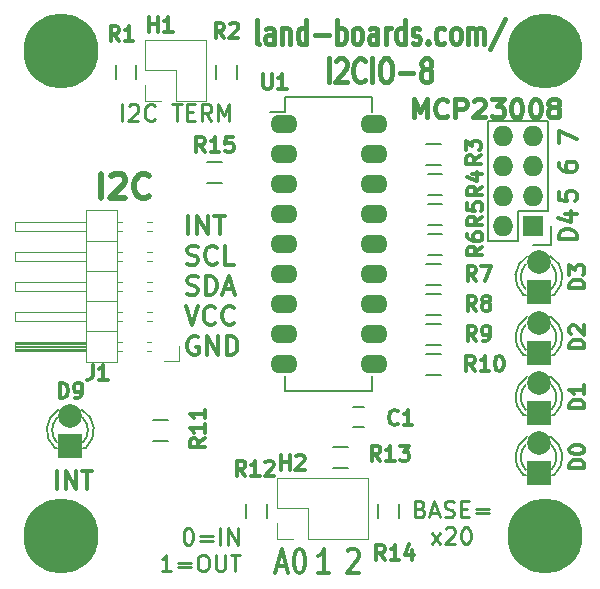
<source format=gto>
%TF.GenerationSoftware,KiCad,Pcbnew,(6.0.1)*%
%TF.CreationDate,2022-05-17T17:55:12-04:00*%
%TF.ProjectId,I2CIO-8,49324349-4f2d-4382-9e6b-696361645f70,X3*%
%TF.SameCoordinates,Original*%
%TF.FileFunction,Legend,Top*%
%TF.FilePolarity,Positive*%
%FSLAX46Y46*%
G04 Gerber Fmt 4.6, Leading zero omitted, Abs format (unit mm)*
G04 Created by KiCad (PCBNEW (6.0.1)) date 2022-05-17 17:55:12*
%MOMM*%
%LPD*%
G01*
G04 APERTURE LIST*
%ADD10C,0.304800*%
%ADD11C,0.285750*%
%ADD12C,0.375000*%
%ADD13C,0.381000*%
%ADD14C,0.508000*%
%ADD15C,0.150000*%
%ADD16C,0.120000*%
%ADD17O,2.300000X1.600000*%
%ADD18R,1.727200X1.727200*%
%ADD19O,1.727200X1.727200*%
%ADD20R,2.000000X2.000000*%
%ADD21C,2.000000*%
%ADD22C,6.350000*%
G04 APERTURE END LIST*
D10*
X14800096Y-19482404D02*
X14800096Y-17894904D01*
X15556048Y-19482404D02*
X15556048Y-17894904D01*
X16463191Y-19482404D01*
X16463191Y-17894904D01*
X16992358Y-17894904D02*
X17899500Y-17894904D01*
X17445929Y-19482404D02*
X17445929Y-17894904D01*
X14724500Y-21962684D02*
X14951286Y-22038279D01*
X15329262Y-22038279D01*
X15480453Y-21962684D01*
X15556048Y-21887089D01*
X15631643Y-21735898D01*
X15631643Y-21584708D01*
X15556048Y-21433517D01*
X15480453Y-21357922D01*
X15329262Y-21282327D01*
X15026881Y-21206732D01*
X14875691Y-21131136D01*
X14800096Y-21055541D01*
X14724500Y-20904351D01*
X14724500Y-20753160D01*
X14800096Y-20601970D01*
X14875691Y-20526375D01*
X15026881Y-20450779D01*
X15404858Y-20450779D01*
X15631643Y-20526375D01*
X17219143Y-21887089D02*
X17143548Y-21962684D01*
X16916762Y-22038279D01*
X16765572Y-22038279D01*
X16538786Y-21962684D01*
X16387596Y-21811494D01*
X16312000Y-21660303D01*
X16236405Y-21357922D01*
X16236405Y-21131136D01*
X16312000Y-20828755D01*
X16387596Y-20677565D01*
X16538786Y-20526375D01*
X16765572Y-20450779D01*
X16916762Y-20450779D01*
X17143548Y-20526375D01*
X17219143Y-20601970D01*
X18655453Y-22038279D02*
X17899500Y-22038279D01*
X17899500Y-20450779D01*
X14724500Y-24518559D02*
X14951286Y-24594154D01*
X15329262Y-24594154D01*
X15480453Y-24518559D01*
X15556048Y-24442964D01*
X15631643Y-24291773D01*
X15631643Y-24140583D01*
X15556048Y-23989392D01*
X15480453Y-23913797D01*
X15329262Y-23838202D01*
X15026881Y-23762607D01*
X14875691Y-23687011D01*
X14800096Y-23611416D01*
X14724500Y-23460226D01*
X14724500Y-23309035D01*
X14800096Y-23157845D01*
X14875691Y-23082250D01*
X15026881Y-23006654D01*
X15404858Y-23006654D01*
X15631643Y-23082250D01*
X16312000Y-24594154D02*
X16312000Y-23006654D01*
X16689977Y-23006654D01*
X16916762Y-23082250D01*
X17067953Y-23233440D01*
X17143548Y-23384630D01*
X17219143Y-23687011D01*
X17219143Y-23913797D01*
X17143548Y-24216178D01*
X17067953Y-24367369D01*
X16916762Y-24518559D01*
X16689977Y-24594154D01*
X16312000Y-24594154D01*
X17823905Y-24140583D02*
X18579858Y-24140583D01*
X17672715Y-24594154D02*
X18201881Y-23006654D01*
X18731048Y-24594154D01*
X14573310Y-25562529D02*
X15102477Y-27150029D01*
X15631643Y-25562529D01*
X17067953Y-26998839D02*
X16992358Y-27074434D01*
X16765572Y-27150029D01*
X16614381Y-27150029D01*
X16387596Y-27074434D01*
X16236405Y-26923244D01*
X16160810Y-26772053D01*
X16085215Y-26469672D01*
X16085215Y-26242886D01*
X16160810Y-25940505D01*
X16236405Y-25789315D01*
X16387596Y-25638125D01*
X16614381Y-25562529D01*
X16765572Y-25562529D01*
X16992358Y-25638125D01*
X17067953Y-25713720D01*
X18655453Y-26998839D02*
X18579858Y-27074434D01*
X18353072Y-27150029D01*
X18201881Y-27150029D01*
X17975096Y-27074434D01*
X17823905Y-26923244D01*
X17748310Y-26772053D01*
X17672715Y-26469672D01*
X17672715Y-26242886D01*
X17748310Y-25940505D01*
X17823905Y-25789315D01*
X17975096Y-25638125D01*
X18201881Y-25562529D01*
X18353072Y-25562529D01*
X18579858Y-25638125D01*
X18655453Y-25713720D01*
X15631643Y-28194000D02*
X15480453Y-28118404D01*
X15253667Y-28118404D01*
X15026881Y-28194000D01*
X14875691Y-28345190D01*
X14800096Y-28496380D01*
X14724500Y-28798761D01*
X14724500Y-29025547D01*
X14800096Y-29327928D01*
X14875691Y-29479119D01*
X15026881Y-29630309D01*
X15253667Y-29705904D01*
X15404858Y-29705904D01*
X15631643Y-29630309D01*
X15707239Y-29554714D01*
X15707239Y-29025547D01*
X15404858Y-29025547D01*
X16387596Y-29705904D02*
X16387596Y-28118404D01*
X17294739Y-29705904D01*
X17294739Y-28118404D01*
X18050691Y-29705904D02*
X18050691Y-28118404D01*
X18428667Y-28118404D01*
X18655453Y-28194000D01*
X18806643Y-28345190D01*
X18882239Y-28496380D01*
X18957834Y-28798761D01*
X18957834Y-29025547D01*
X18882239Y-29327928D01*
X18806643Y-29479119D01*
X18655453Y-29630309D01*
X18428667Y-29705904D01*
X18050691Y-29705904D01*
D11*
X9163881Y-9881976D02*
X9163881Y-8484976D01*
X9762595Y-8618023D02*
X9829119Y-8551500D01*
X9962167Y-8484976D01*
X10294786Y-8484976D01*
X10427833Y-8551500D01*
X10494357Y-8618023D01*
X10560881Y-8751071D01*
X10560881Y-8884119D01*
X10494357Y-9083690D01*
X9696072Y-9881976D01*
X10560881Y-9881976D01*
X11957881Y-9748928D02*
X11891357Y-9815452D01*
X11691786Y-9881976D01*
X11558738Y-9881976D01*
X11359167Y-9815452D01*
X11226119Y-9682404D01*
X11159595Y-9549357D01*
X11093072Y-9283261D01*
X11093072Y-9083690D01*
X11159595Y-8817595D01*
X11226119Y-8684547D01*
X11359167Y-8551500D01*
X11558738Y-8484976D01*
X11691786Y-8484976D01*
X11891357Y-8551500D01*
X11957881Y-8618023D01*
X13421405Y-8484976D02*
X14219691Y-8484976D01*
X13820548Y-9881976D02*
X13820548Y-8484976D01*
X14685357Y-9150214D02*
X15151024Y-9150214D01*
X15350595Y-9881976D02*
X14685357Y-9881976D01*
X14685357Y-8484976D01*
X15350595Y-8484976D01*
X16747595Y-9881976D02*
X16281929Y-9216738D01*
X15949310Y-9881976D02*
X15949310Y-8484976D01*
X16481500Y-8484976D01*
X16614548Y-8551500D01*
X16681072Y-8618023D01*
X16747595Y-8751071D01*
X16747595Y-8950642D01*
X16681072Y-9083690D01*
X16614548Y-9150214D01*
X16481500Y-9216738D01*
X15949310Y-9216738D01*
X17346310Y-9881976D02*
X17346310Y-8484976D01*
X17811976Y-9482833D01*
X18277643Y-8484976D01*
X18277643Y-9881976D01*
D10*
X22320714Y-47588666D02*
X23106904Y-47588666D01*
X22163476Y-48169238D02*
X22713809Y-46137238D01*
X23264142Y-48169238D01*
X24128952Y-46137238D02*
X24286190Y-46137238D01*
X24443428Y-46234000D01*
X24522047Y-46330761D01*
X24600666Y-46524285D01*
X24679285Y-46911333D01*
X24679285Y-47395142D01*
X24600666Y-47782190D01*
X24522047Y-47975714D01*
X24443428Y-48072476D01*
X24286190Y-48169238D01*
X24128952Y-48169238D01*
X23971714Y-48072476D01*
X23893095Y-47975714D01*
X23814476Y-47782190D01*
X23735857Y-47395142D01*
X23735857Y-46911333D01*
X23814476Y-46524285D01*
X23893095Y-46330761D01*
X23971714Y-46234000D01*
X24128952Y-46137238D01*
X28278285Y-46330761D02*
X28356904Y-46234000D01*
X28514142Y-46137238D01*
X28907238Y-46137238D01*
X29064476Y-46234000D01*
X29143095Y-46330761D01*
X29221714Y-46524285D01*
X29221714Y-46717809D01*
X29143095Y-47008095D01*
X28199666Y-48169238D01*
X29221714Y-48169238D01*
D11*
X34423047Y-42717629D02*
X34622619Y-42784153D01*
X34689142Y-42850676D01*
X34755666Y-42983724D01*
X34755666Y-43183295D01*
X34689142Y-43316343D01*
X34622619Y-43382867D01*
X34489571Y-43449391D01*
X33957380Y-43449391D01*
X33957380Y-42052391D01*
X34423047Y-42052391D01*
X34556095Y-42118915D01*
X34622619Y-42185438D01*
X34689142Y-42318486D01*
X34689142Y-42451534D01*
X34622619Y-42584581D01*
X34556095Y-42651105D01*
X34423047Y-42717629D01*
X33957380Y-42717629D01*
X35287857Y-43050248D02*
X35953095Y-43050248D01*
X35154809Y-43449391D02*
X35620476Y-42052391D01*
X36086142Y-43449391D01*
X36485285Y-43382867D02*
X36684857Y-43449391D01*
X37017476Y-43449391D01*
X37150523Y-43382867D01*
X37217047Y-43316343D01*
X37283571Y-43183295D01*
X37283571Y-43050248D01*
X37217047Y-42917200D01*
X37150523Y-42850676D01*
X37017476Y-42784153D01*
X36751380Y-42717629D01*
X36618333Y-42651105D01*
X36551809Y-42584581D01*
X36485285Y-42451534D01*
X36485285Y-42318486D01*
X36551809Y-42185438D01*
X36618333Y-42118915D01*
X36751380Y-42052391D01*
X37084000Y-42052391D01*
X37283571Y-42118915D01*
X37882285Y-42717629D02*
X38347952Y-42717629D01*
X38547523Y-43449391D02*
X37882285Y-43449391D01*
X37882285Y-42052391D01*
X38547523Y-42052391D01*
X39146238Y-42717629D02*
X40210619Y-42717629D01*
X40210619Y-43116772D02*
X39146238Y-43116772D01*
X35387642Y-45698561D02*
X36119404Y-44767227D01*
X35387642Y-44767227D02*
X36119404Y-45698561D01*
X36585071Y-44434608D02*
X36651595Y-44368085D01*
X36784642Y-44301561D01*
X37117261Y-44301561D01*
X37250309Y-44368085D01*
X37316833Y-44434608D01*
X37383357Y-44567656D01*
X37383357Y-44700704D01*
X37316833Y-44900275D01*
X36518547Y-45698561D01*
X37383357Y-45698561D01*
X38248166Y-44301561D02*
X38381214Y-44301561D01*
X38514261Y-44368085D01*
X38580785Y-44434608D01*
X38647309Y-44567656D01*
X38713833Y-44833751D01*
X38713833Y-45166370D01*
X38647309Y-45432465D01*
X38580785Y-45565513D01*
X38514261Y-45632037D01*
X38381214Y-45698561D01*
X38248166Y-45698561D01*
X38115119Y-45632037D01*
X38048595Y-45565513D01*
X37982071Y-45432465D01*
X37915547Y-45166370D01*
X37915547Y-44833751D01*
X37982071Y-44567656D01*
X38048595Y-44434608D01*
X38115119Y-44368085D01*
X38248166Y-44301561D01*
D12*
X47668571Y-19903142D02*
X46168571Y-19903142D01*
X46168571Y-19546000D01*
X46240000Y-19331714D01*
X46382857Y-19188857D01*
X46525714Y-19117428D01*
X46811428Y-19046000D01*
X47025714Y-19046000D01*
X47311428Y-19117428D01*
X47454285Y-19188857D01*
X47597142Y-19331714D01*
X47668571Y-19546000D01*
X47668571Y-19903142D01*
X46668571Y-17760285D02*
X47668571Y-17760285D01*
X46097142Y-18117428D02*
X47168571Y-18474571D01*
X47168571Y-17546000D01*
D13*
X20791714Y-3347478D02*
X20646571Y-3250716D01*
X20573999Y-3057192D01*
X20573999Y-1315478D01*
X22025428Y-3347478D02*
X22025428Y-2283097D01*
X21952857Y-2089573D01*
X21807714Y-1992811D01*
X21517428Y-1992811D01*
X21372285Y-2089573D01*
X22025428Y-3250716D02*
X21880285Y-3347478D01*
X21517428Y-3347478D01*
X21372285Y-3250716D01*
X21299714Y-3057192D01*
X21299714Y-2863668D01*
X21372285Y-2670144D01*
X21517428Y-2573382D01*
X21880285Y-2573382D01*
X22025428Y-2476620D01*
X22751142Y-1992811D02*
X22751142Y-3347478D01*
X22751142Y-2186335D02*
X22823714Y-2089573D01*
X22968857Y-1992811D01*
X23186571Y-1992811D01*
X23331714Y-2089573D01*
X23404285Y-2283097D01*
X23404285Y-3347478D01*
X24783142Y-3347478D02*
X24783142Y-1315478D01*
X24783142Y-3250716D02*
X24637999Y-3347478D01*
X24347714Y-3347478D01*
X24202571Y-3250716D01*
X24129999Y-3153954D01*
X24057428Y-2960430D01*
X24057428Y-2379859D01*
X24129999Y-2186335D01*
X24202571Y-2089573D01*
X24347714Y-1992811D01*
X24637999Y-1992811D01*
X24783142Y-2089573D01*
X25508857Y-2573382D02*
X26669999Y-2573382D01*
X27395714Y-3347478D02*
X27395714Y-1315478D01*
X27395714Y-2089573D02*
X27540857Y-1992811D01*
X27831142Y-1992811D01*
X27976285Y-2089573D01*
X28048857Y-2186335D01*
X28121428Y-2379859D01*
X28121428Y-2960430D01*
X28048857Y-3153954D01*
X27976285Y-3250716D01*
X27831142Y-3347478D01*
X27540857Y-3347478D01*
X27395714Y-3250716D01*
X28992285Y-3347478D02*
X28847142Y-3250716D01*
X28774571Y-3153954D01*
X28701999Y-2960430D01*
X28701999Y-2379859D01*
X28774571Y-2186335D01*
X28847142Y-2089573D01*
X28992285Y-1992811D01*
X29209999Y-1992811D01*
X29355142Y-2089573D01*
X29427714Y-2186335D01*
X29500285Y-2379859D01*
X29500285Y-2960430D01*
X29427714Y-3153954D01*
X29355142Y-3250716D01*
X29209999Y-3347478D01*
X28992285Y-3347478D01*
X30806571Y-3347478D02*
X30806571Y-2283097D01*
X30733999Y-2089573D01*
X30588857Y-1992811D01*
X30298571Y-1992811D01*
X30153428Y-2089573D01*
X30806571Y-3250716D02*
X30661428Y-3347478D01*
X30298571Y-3347478D01*
X30153428Y-3250716D01*
X30080857Y-3057192D01*
X30080857Y-2863668D01*
X30153428Y-2670144D01*
X30298571Y-2573382D01*
X30661428Y-2573382D01*
X30806571Y-2476620D01*
X31532285Y-3347478D02*
X31532285Y-1992811D01*
X31532285Y-2379859D02*
X31604857Y-2186335D01*
X31677428Y-2089573D01*
X31822571Y-1992811D01*
X31967714Y-1992811D01*
X33128857Y-3347478D02*
X33128857Y-1315478D01*
X33128857Y-3250716D02*
X32983714Y-3347478D01*
X32693428Y-3347478D01*
X32548285Y-3250716D01*
X32475714Y-3153954D01*
X32403142Y-2960430D01*
X32403142Y-2379859D01*
X32475714Y-2186335D01*
X32548285Y-2089573D01*
X32693428Y-1992811D01*
X32983714Y-1992811D01*
X33128857Y-2089573D01*
X33781999Y-3250716D02*
X33927142Y-3347478D01*
X34217428Y-3347478D01*
X34362571Y-3250716D01*
X34435142Y-3057192D01*
X34435142Y-2960430D01*
X34362571Y-2766906D01*
X34217428Y-2670144D01*
X33999714Y-2670144D01*
X33854571Y-2573382D01*
X33781999Y-2379859D01*
X33781999Y-2283097D01*
X33854571Y-2089573D01*
X33999714Y-1992811D01*
X34217428Y-1992811D01*
X34362571Y-2089573D01*
X35088285Y-3153954D02*
X35160857Y-3250716D01*
X35088285Y-3347478D01*
X35015714Y-3250716D01*
X35088285Y-3153954D01*
X35088285Y-3347478D01*
X36467142Y-3250716D02*
X36321999Y-3347478D01*
X36031714Y-3347478D01*
X35886571Y-3250716D01*
X35813999Y-3153954D01*
X35741428Y-2960430D01*
X35741428Y-2379859D01*
X35813999Y-2186335D01*
X35886571Y-2089573D01*
X36031714Y-1992811D01*
X36321999Y-1992811D01*
X36467142Y-2089573D01*
X37337999Y-3347478D02*
X37192857Y-3250716D01*
X37120285Y-3153954D01*
X37047714Y-2960430D01*
X37047714Y-2379859D01*
X37120285Y-2186335D01*
X37192857Y-2089573D01*
X37337999Y-1992811D01*
X37555714Y-1992811D01*
X37700857Y-2089573D01*
X37773428Y-2186335D01*
X37845999Y-2379859D01*
X37845999Y-2960430D01*
X37773428Y-3153954D01*
X37700857Y-3250716D01*
X37555714Y-3347478D01*
X37337999Y-3347478D01*
X38499142Y-3347478D02*
X38499142Y-1992811D01*
X38499142Y-2186335D02*
X38571714Y-2089573D01*
X38716857Y-1992811D01*
X38934571Y-1992811D01*
X39079714Y-2089573D01*
X39152285Y-2283097D01*
X39152285Y-3347478D01*
X39152285Y-2283097D02*
X39224857Y-2089573D01*
X39370000Y-1992811D01*
X39587714Y-1992811D01*
X39732857Y-2089573D01*
X39805428Y-2283097D01*
X39805428Y-3347478D01*
X41619714Y-1218716D02*
X40313428Y-3831287D01*
X26670000Y-6618998D02*
X26670000Y-4586998D01*
X27323142Y-4780521D02*
X27395714Y-4683760D01*
X27540857Y-4586998D01*
X27903714Y-4586998D01*
X28048857Y-4683760D01*
X28121428Y-4780521D01*
X28194000Y-4974045D01*
X28194000Y-5167569D01*
X28121428Y-5457855D01*
X27250571Y-6618998D01*
X28194000Y-6618998D01*
X29718000Y-6425474D02*
X29645428Y-6522236D01*
X29427714Y-6618998D01*
X29282571Y-6618998D01*
X29064857Y-6522236D01*
X28919714Y-6328712D01*
X28847142Y-6135188D01*
X28774571Y-5748140D01*
X28774571Y-5457855D01*
X28847142Y-5070807D01*
X28919714Y-4877283D01*
X29064857Y-4683760D01*
X29282571Y-4586998D01*
X29427714Y-4586998D01*
X29645428Y-4683760D01*
X29718000Y-4780521D01*
X30371142Y-6618998D02*
X30371142Y-4586998D01*
X31387142Y-4586998D02*
X31677428Y-4586998D01*
X31822571Y-4683760D01*
X31967714Y-4877283D01*
X32040285Y-5264331D01*
X32040285Y-5941664D01*
X31967714Y-6328712D01*
X31822571Y-6522236D01*
X31677428Y-6618998D01*
X31387142Y-6618998D01*
X31242000Y-6522236D01*
X31096857Y-6328712D01*
X31024285Y-5941664D01*
X31024285Y-5264331D01*
X31096857Y-4877283D01*
X31242000Y-4683760D01*
X31387142Y-4586998D01*
X32693428Y-5844902D02*
X33854571Y-5844902D01*
X34798000Y-5457855D02*
X34652857Y-5361093D01*
X34580285Y-5264331D01*
X34507714Y-5070807D01*
X34507714Y-4974045D01*
X34580285Y-4780521D01*
X34652857Y-4683760D01*
X34798000Y-4586998D01*
X35088285Y-4586998D01*
X35233428Y-4683760D01*
X35306000Y-4780521D01*
X35378571Y-4974045D01*
X35378571Y-5070807D01*
X35306000Y-5264331D01*
X35233428Y-5361093D01*
X35088285Y-5457855D01*
X34798000Y-5457855D01*
X34652857Y-5554617D01*
X34580285Y-5651379D01*
X34507714Y-5844902D01*
X34507714Y-6231950D01*
X34580285Y-6425474D01*
X34652857Y-6522236D01*
X34798000Y-6618998D01*
X35088285Y-6618998D01*
X35233428Y-6522236D01*
X35306000Y-6425474D01*
X35378571Y-6231950D01*
X35378571Y-5844902D01*
X35306000Y-5651379D01*
X35233428Y-5554617D01*
X35088285Y-5457855D01*
D10*
X26721714Y-48169238D02*
X25778285Y-48169238D01*
X26250000Y-48169238D02*
X26250000Y-46137238D01*
X26092761Y-46427523D01*
X25935523Y-46621047D01*
X25778285Y-46717809D01*
D12*
X46178571Y-13464285D02*
X46178571Y-13750000D01*
X46250000Y-13892857D01*
X46321428Y-13964285D01*
X46535714Y-14107142D01*
X46821428Y-14178571D01*
X47392857Y-14178571D01*
X47535714Y-14107142D01*
X47607142Y-14035714D01*
X47678571Y-13892857D01*
X47678571Y-13607142D01*
X47607142Y-13464285D01*
X47535714Y-13392857D01*
X47392857Y-13321428D01*
X47035714Y-13321428D01*
X46892857Y-13392857D01*
X46821428Y-13464285D01*
X46750000Y-13607142D01*
X46750000Y-13892857D01*
X46821428Y-14035714D01*
X46892857Y-14107142D01*
X47035714Y-14178571D01*
X46178571Y-15892857D02*
X46178571Y-16607142D01*
X46892857Y-16678571D01*
X46821428Y-16607142D01*
X46750000Y-16464285D01*
X46750000Y-16107142D01*
X46821428Y-15964285D01*
X46892857Y-15892857D01*
X47035714Y-15821428D01*
X47392857Y-15821428D01*
X47535714Y-15892857D01*
X47607142Y-15964285D01*
X47678571Y-16107142D01*
X47678571Y-16464285D01*
X47607142Y-16607142D01*
X47535714Y-16678571D01*
D13*
X33872714Y-9579428D02*
X33872714Y-8055428D01*
X34423047Y-9144000D01*
X34973380Y-8055428D01*
X34973380Y-9579428D01*
X36703000Y-9434285D02*
X36624380Y-9506857D01*
X36388523Y-9579428D01*
X36231285Y-9579428D01*
X35995428Y-9506857D01*
X35838190Y-9361714D01*
X35759571Y-9216571D01*
X35680952Y-8926285D01*
X35680952Y-8708571D01*
X35759571Y-8418285D01*
X35838190Y-8273142D01*
X35995428Y-8128000D01*
X36231285Y-8055428D01*
X36388523Y-8055428D01*
X36624380Y-8128000D01*
X36703000Y-8200571D01*
X37410571Y-9579428D02*
X37410571Y-8055428D01*
X38039523Y-8055428D01*
X38196761Y-8128000D01*
X38275380Y-8200571D01*
X38354000Y-8345714D01*
X38354000Y-8563428D01*
X38275380Y-8708571D01*
X38196761Y-8781142D01*
X38039523Y-8853714D01*
X37410571Y-8853714D01*
X38982952Y-8200571D02*
X39061571Y-8128000D01*
X39218809Y-8055428D01*
X39611904Y-8055428D01*
X39769142Y-8128000D01*
X39847761Y-8200571D01*
X39926380Y-8345714D01*
X39926380Y-8490857D01*
X39847761Y-8708571D01*
X38904333Y-9579428D01*
X39926380Y-9579428D01*
X40476714Y-8055428D02*
X41498761Y-8055428D01*
X40948428Y-8636000D01*
X41184285Y-8636000D01*
X41341523Y-8708571D01*
X41420142Y-8781142D01*
X41498761Y-8926285D01*
X41498761Y-9289142D01*
X41420142Y-9434285D01*
X41341523Y-9506857D01*
X41184285Y-9579428D01*
X40712571Y-9579428D01*
X40555333Y-9506857D01*
X40476714Y-9434285D01*
X42520809Y-8055428D02*
X42678047Y-8055428D01*
X42835285Y-8128000D01*
X42913904Y-8200571D01*
X42992523Y-8345714D01*
X43071142Y-8636000D01*
X43071142Y-8998857D01*
X42992523Y-9289142D01*
X42913904Y-9434285D01*
X42835285Y-9506857D01*
X42678047Y-9579428D01*
X42520809Y-9579428D01*
X42363571Y-9506857D01*
X42284952Y-9434285D01*
X42206333Y-9289142D01*
X42127714Y-8998857D01*
X42127714Y-8636000D01*
X42206333Y-8345714D01*
X42284952Y-8200571D01*
X42363571Y-8128000D01*
X42520809Y-8055428D01*
X44093190Y-8055428D02*
X44250428Y-8055428D01*
X44407666Y-8128000D01*
X44486285Y-8200571D01*
X44564904Y-8345714D01*
X44643523Y-8636000D01*
X44643523Y-8998857D01*
X44564904Y-9289142D01*
X44486285Y-9434285D01*
X44407666Y-9506857D01*
X44250428Y-9579428D01*
X44093190Y-9579428D01*
X43935952Y-9506857D01*
X43857333Y-9434285D01*
X43778714Y-9289142D01*
X43700095Y-8998857D01*
X43700095Y-8636000D01*
X43778714Y-8345714D01*
X43857333Y-8200571D01*
X43935952Y-8128000D01*
X44093190Y-8055428D01*
X45586952Y-8708571D02*
X45429714Y-8636000D01*
X45351095Y-8563428D01*
X45272476Y-8418285D01*
X45272476Y-8345714D01*
X45351095Y-8200571D01*
X45429714Y-8128000D01*
X45586952Y-8055428D01*
X45901428Y-8055428D01*
X46058666Y-8128000D01*
X46137285Y-8200571D01*
X46215904Y-8345714D01*
X46215904Y-8418285D01*
X46137285Y-8563428D01*
X46058666Y-8636000D01*
X45901428Y-8708571D01*
X45586952Y-8708571D01*
X45429714Y-8781142D01*
X45351095Y-8853714D01*
X45272476Y-8998857D01*
X45272476Y-9289142D01*
X45351095Y-9434285D01*
X45429714Y-9506857D01*
X45586952Y-9579428D01*
X45901428Y-9579428D01*
X46058666Y-9506857D01*
X46137285Y-9434285D01*
X46215904Y-9289142D01*
X46215904Y-8998857D01*
X46137285Y-8853714D01*
X46058666Y-8781142D01*
X45901428Y-8708571D01*
D11*
X14724119Y-44360391D02*
X14857167Y-44360391D01*
X14990214Y-44426915D01*
X15056738Y-44493438D01*
X15123262Y-44626486D01*
X15189786Y-44892581D01*
X15189786Y-45225200D01*
X15123262Y-45491295D01*
X15056738Y-45624343D01*
X14990214Y-45690867D01*
X14857167Y-45757391D01*
X14724119Y-45757391D01*
X14591072Y-45690867D01*
X14524548Y-45624343D01*
X14458024Y-45491295D01*
X14391500Y-45225200D01*
X14391500Y-44892581D01*
X14458024Y-44626486D01*
X14524548Y-44493438D01*
X14591072Y-44426915D01*
X14724119Y-44360391D01*
X15788500Y-45025629D02*
X16852881Y-45025629D01*
X16852881Y-45424772D02*
X15788500Y-45424772D01*
X17518119Y-45757391D02*
X17518119Y-44360391D01*
X18183357Y-45757391D02*
X18183357Y-44360391D01*
X18981643Y-45757391D01*
X18981643Y-44360391D01*
X13327119Y-48006561D02*
X12528833Y-48006561D01*
X12927976Y-48006561D02*
X12927976Y-46609561D01*
X12794929Y-46809132D01*
X12661881Y-46942180D01*
X12528833Y-47008704D01*
X13925833Y-47274799D02*
X14990214Y-47274799D01*
X14990214Y-47673942D02*
X13925833Y-47673942D01*
X15921548Y-46609561D02*
X16187643Y-46609561D01*
X16320691Y-46676085D01*
X16453738Y-46809132D01*
X16520262Y-47075227D01*
X16520262Y-47540894D01*
X16453738Y-47806989D01*
X16320691Y-47940037D01*
X16187643Y-48006561D01*
X15921548Y-48006561D01*
X15788500Y-47940037D01*
X15655452Y-47806989D01*
X15588929Y-47540894D01*
X15588929Y-47075227D01*
X15655452Y-46809132D01*
X15788500Y-46676085D01*
X15921548Y-46609561D01*
X17118976Y-46609561D02*
X17118976Y-47740465D01*
X17185500Y-47873513D01*
X17252024Y-47940037D01*
X17385072Y-48006561D01*
X17651167Y-48006561D01*
X17784214Y-47940037D01*
X17850738Y-47873513D01*
X17917262Y-47740465D01*
X17917262Y-46609561D01*
X18382929Y-46609561D02*
X19181214Y-46609561D01*
X18782072Y-48006561D02*
X18782072Y-46609561D01*
D12*
X46178571Y-11750000D02*
X46178571Y-10750000D01*
X47678571Y-11392857D01*
D10*
X3701142Y-41075428D02*
X3701142Y-39551428D01*
X4426857Y-41075428D02*
X4426857Y-39551428D01*
X5297714Y-41075428D01*
X5297714Y-39551428D01*
X5805714Y-39551428D02*
X6676571Y-39551428D01*
X6241142Y-41075428D02*
X6241142Y-39551428D01*
D14*
X7414380Y-16413238D02*
X7414380Y-14381238D01*
X8285238Y-14574761D02*
X8382000Y-14478000D01*
X8575523Y-14381238D01*
X9059333Y-14381238D01*
X9252857Y-14478000D01*
X9349619Y-14574761D01*
X9446380Y-14768285D01*
X9446380Y-14961809D01*
X9349619Y-15252095D01*
X8188476Y-16413238D01*
X9446380Y-16413238D01*
X11478380Y-16219714D02*
X11381619Y-16316476D01*
X11091333Y-16413238D01*
X10897809Y-16413238D01*
X10607523Y-16316476D01*
X10414000Y-16122952D01*
X10317238Y-15929428D01*
X10220476Y-15542380D01*
X10220476Y-15252095D01*
X10317238Y-14865047D01*
X10414000Y-14671523D01*
X10607523Y-14478000D01*
X10897809Y-14381238D01*
X11091333Y-14381238D01*
X11381619Y-14478000D01*
X11478380Y-14574761D01*
D10*
%TO.C,R12*%
X19630571Y-39944523D02*
X19207238Y-39339761D01*
X18904857Y-39944523D02*
X18904857Y-38674523D01*
X19388666Y-38674523D01*
X19509619Y-38735000D01*
X19570095Y-38795476D01*
X19630571Y-38916428D01*
X19630571Y-39097857D01*
X19570095Y-39218809D01*
X19509619Y-39279285D01*
X19388666Y-39339761D01*
X18904857Y-39339761D01*
X20840095Y-39944523D02*
X20114380Y-39944523D01*
X20477238Y-39944523D02*
X20477238Y-38674523D01*
X20356285Y-38855952D01*
X20235333Y-38976904D01*
X20114380Y-39037380D01*
X21323904Y-38795476D02*
X21384380Y-38735000D01*
X21505333Y-38674523D01*
X21807714Y-38674523D01*
X21928666Y-38735000D01*
X21989142Y-38795476D01*
X22049619Y-38916428D01*
X22049619Y-39037380D01*
X21989142Y-39218809D01*
X21263428Y-39944523D01*
X22049619Y-39944523D01*
%TO.C,R13*%
X31060571Y-38674523D02*
X30637238Y-38069761D01*
X30334857Y-38674523D02*
X30334857Y-37404523D01*
X30818666Y-37404523D01*
X30939619Y-37465000D01*
X31000095Y-37525476D01*
X31060571Y-37646428D01*
X31060571Y-37827857D01*
X31000095Y-37948809D01*
X30939619Y-38009285D01*
X30818666Y-38069761D01*
X30334857Y-38069761D01*
X32270095Y-38674523D02*
X31544380Y-38674523D01*
X31907238Y-38674523D02*
X31907238Y-37404523D01*
X31786285Y-37585952D01*
X31665333Y-37706904D01*
X31544380Y-37767380D01*
X32693428Y-37404523D02*
X33479619Y-37404523D01*
X33056285Y-37888333D01*
X33237714Y-37888333D01*
X33358666Y-37948809D01*
X33419142Y-38009285D01*
X33479619Y-38130238D01*
X33479619Y-38432619D01*
X33419142Y-38553571D01*
X33358666Y-38614047D01*
X33237714Y-38674523D01*
X32874857Y-38674523D01*
X32753904Y-38614047D01*
X32693428Y-38553571D01*
%TO.C,R14*%
X31441571Y-47056523D02*
X31018238Y-46451761D01*
X30715857Y-47056523D02*
X30715857Y-45786523D01*
X31199666Y-45786523D01*
X31320619Y-45847000D01*
X31381095Y-45907476D01*
X31441571Y-46028428D01*
X31441571Y-46209857D01*
X31381095Y-46330809D01*
X31320619Y-46391285D01*
X31199666Y-46451761D01*
X30715857Y-46451761D01*
X32651095Y-47056523D02*
X31925380Y-47056523D01*
X32288238Y-47056523D02*
X32288238Y-45786523D01*
X32167285Y-45967952D01*
X32046333Y-46088904D01*
X31925380Y-46149380D01*
X33739666Y-46209857D02*
X33739666Y-47056523D01*
X33437285Y-45726047D02*
X33134904Y-46633190D01*
X33921095Y-46633190D01*
%TO.C,R1*%
X8932333Y-3114523D02*
X8509000Y-2509761D01*
X8206619Y-3114523D02*
X8206619Y-1844523D01*
X8690428Y-1844523D01*
X8811380Y-1905000D01*
X8871857Y-1965476D01*
X8932333Y-2086428D01*
X8932333Y-2267857D01*
X8871857Y-2388809D01*
X8811380Y-2449285D01*
X8690428Y-2509761D01*
X8206619Y-2509761D01*
X10141857Y-3114523D02*
X9416142Y-3114523D01*
X9779000Y-3114523D02*
X9779000Y-1844523D01*
X9658047Y-2025952D01*
X9537095Y-2146904D01*
X9416142Y-2207380D01*
%TO.C,R2*%
X17822333Y-2860523D02*
X17399000Y-2255761D01*
X17096619Y-2860523D02*
X17096619Y-1590523D01*
X17580428Y-1590523D01*
X17701380Y-1651000D01*
X17761857Y-1711476D01*
X17822333Y-1832428D01*
X17822333Y-2013857D01*
X17761857Y-2134809D01*
X17701380Y-2195285D01*
X17580428Y-2255761D01*
X17096619Y-2255761D01*
X18306142Y-1711476D02*
X18366619Y-1651000D01*
X18487571Y-1590523D01*
X18789952Y-1590523D01*
X18910904Y-1651000D01*
X18971380Y-1711476D01*
X19031857Y-1832428D01*
X19031857Y-1953380D01*
X18971380Y-2134809D01*
X18245666Y-2860523D01*
X19031857Y-2860523D01*
%TO.C,R11*%
X16195523Y-36757428D02*
X15590761Y-37180761D01*
X16195523Y-37483142D02*
X14925523Y-37483142D01*
X14925523Y-36999333D01*
X14986000Y-36878380D01*
X15046476Y-36817904D01*
X15167428Y-36757428D01*
X15348857Y-36757428D01*
X15469809Y-36817904D01*
X15530285Y-36878380D01*
X15590761Y-36999333D01*
X15590761Y-37483142D01*
X16195523Y-35547904D02*
X16195523Y-36273619D01*
X16195523Y-35910761D02*
X14925523Y-35910761D01*
X15106952Y-36031714D01*
X15227904Y-36152666D01*
X15288380Y-36273619D01*
X16195523Y-34338380D02*
X16195523Y-35064095D01*
X16195523Y-34701238D02*
X14925523Y-34701238D01*
X15106952Y-34822190D01*
X15227904Y-34943142D01*
X15288380Y-35064095D01*
%TO.C,R3*%
X39563523Y-12784666D02*
X38958761Y-13208000D01*
X39563523Y-13510380D02*
X38293523Y-13510380D01*
X38293523Y-13026571D01*
X38354000Y-12905619D01*
X38414476Y-12845142D01*
X38535428Y-12784666D01*
X38716857Y-12784666D01*
X38837809Y-12845142D01*
X38898285Y-12905619D01*
X38958761Y-13026571D01*
X38958761Y-13510380D01*
X38293523Y-12361333D02*
X38293523Y-11575142D01*
X38777333Y-11998476D01*
X38777333Y-11817047D01*
X38837809Y-11696095D01*
X38898285Y-11635619D01*
X39019238Y-11575142D01*
X39321619Y-11575142D01*
X39442571Y-11635619D01*
X39503047Y-11696095D01*
X39563523Y-11817047D01*
X39563523Y-12179904D01*
X39503047Y-12300857D01*
X39442571Y-12361333D01*
%TO.C,R4*%
X39690523Y-15451666D02*
X39085761Y-15875000D01*
X39690523Y-16177380D02*
X38420523Y-16177380D01*
X38420523Y-15693571D01*
X38481000Y-15572619D01*
X38541476Y-15512142D01*
X38662428Y-15451666D01*
X38843857Y-15451666D01*
X38964809Y-15512142D01*
X39025285Y-15572619D01*
X39085761Y-15693571D01*
X39085761Y-16177380D01*
X38843857Y-14363095D02*
X39690523Y-14363095D01*
X38360047Y-14665476D02*
X39267190Y-14967857D01*
X39267190Y-14181666D01*
%TO.C,R5*%
X39690523Y-17991666D02*
X39085761Y-18415000D01*
X39690523Y-18717380D02*
X38420523Y-18717380D01*
X38420523Y-18233571D01*
X38481000Y-18112619D01*
X38541476Y-18052142D01*
X38662428Y-17991666D01*
X38843857Y-17991666D01*
X38964809Y-18052142D01*
X39025285Y-18112619D01*
X39085761Y-18233571D01*
X39085761Y-18717380D01*
X38420523Y-16842619D02*
X38420523Y-17447380D01*
X39025285Y-17507857D01*
X38964809Y-17447380D01*
X38904333Y-17326428D01*
X38904333Y-17024047D01*
X38964809Y-16903095D01*
X39025285Y-16842619D01*
X39146238Y-16782142D01*
X39448619Y-16782142D01*
X39569571Y-16842619D01*
X39630047Y-16903095D01*
X39690523Y-17024047D01*
X39690523Y-17326428D01*
X39630047Y-17447380D01*
X39569571Y-17507857D01*
%TO.C,R6*%
X39690523Y-20531666D02*
X39085761Y-20955000D01*
X39690523Y-21257380D02*
X38420523Y-21257380D01*
X38420523Y-20773571D01*
X38481000Y-20652619D01*
X38541476Y-20592142D01*
X38662428Y-20531666D01*
X38843857Y-20531666D01*
X38964809Y-20592142D01*
X39025285Y-20652619D01*
X39085761Y-20773571D01*
X39085761Y-21257380D01*
X38420523Y-19443095D02*
X38420523Y-19685000D01*
X38481000Y-19805952D01*
X38541476Y-19866428D01*
X38722904Y-19987380D01*
X38964809Y-20047857D01*
X39448619Y-20047857D01*
X39569571Y-19987380D01*
X39630047Y-19926904D01*
X39690523Y-19805952D01*
X39690523Y-19564047D01*
X39630047Y-19443095D01*
X39569571Y-19382619D01*
X39448619Y-19322142D01*
X39146238Y-19322142D01*
X39025285Y-19382619D01*
X38964809Y-19443095D01*
X38904333Y-19564047D01*
X38904333Y-19805952D01*
X38964809Y-19926904D01*
X39025285Y-19987380D01*
X39146238Y-20047857D01*
%TO.C,R7*%
X39158333Y-23434523D02*
X38735000Y-22829761D01*
X38432619Y-23434523D02*
X38432619Y-22164523D01*
X38916428Y-22164523D01*
X39037380Y-22225000D01*
X39097857Y-22285476D01*
X39158333Y-22406428D01*
X39158333Y-22587857D01*
X39097857Y-22708809D01*
X39037380Y-22769285D01*
X38916428Y-22829761D01*
X38432619Y-22829761D01*
X39581666Y-22164523D02*
X40428333Y-22164523D01*
X39884047Y-23434523D01*
%TO.C,R8*%
X39158333Y-25974523D02*
X38735000Y-25369761D01*
X38432619Y-25974523D02*
X38432619Y-24704523D01*
X38916428Y-24704523D01*
X39037380Y-24765000D01*
X39097857Y-24825476D01*
X39158333Y-24946428D01*
X39158333Y-25127857D01*
X39097857Y-25248809D01*
X39037380Y-25309285D01*
X38916428Y-25369761D01*
X38432619Y-25369761D01*
X39884047Y-25248809D02*
X39763095Y-25188333D01*
X39702619Y-25127857D01*
X39642142Y-25006904D01*
X39642142Y-24946428D01*
X39702619Y-24825476D01*
X39763095Y-24765000D01*
X39884047Y-24704523D01*
X40125952Y-24704523D01*
X40246904Y-24765000D01*
X40307380Y-24825476D01*
X40367857Y-24946428D01*
X40367857Y-25006904D01*
X40307380Y-25127857D01*
X40246904Y-25188333D01*
X40125952Y-25248809D01*
X39884047Y-25248809D01*
X39763095Y-25309285D01*
X39702619Y-25369761D01*
X39642142Y-25490714D01*
X39642142Y-25732619D01*
X39702619Y-25853571D01*
X39763095Y-25914047D01*
X39884047Y-25974523D01*
X40125952Y-25974523D01*
X40246904Y-25914047D01*
X40307380Y-25853571D01*
X40367857Y-25732619D01*
X40367857Y-25490714D01*
X40307380Y-25369761D01*
X40246904Y-25309285D01*
X40125952Y-25248809D01*
%TO.C,R9*%
X39158333Y-28514523D02*
X38735000Y-27909761D01*
X38432619Y-28514523D02*
X38432619Y-27244523D01*
X38916428Y-27244523D01*
X39037380Y-27305000D01*
X39097857Y-27365476D01*
X39158333Y-27486428D01*
X39158333Y-27667857D01*
X39097857Y-27788809D01*
X39037380Y-27849285D01*
X38916428Y-27909761D01*
X38432619Y-27909761D01*
X39763095Y-28514523D02*
X40005000Y-28514523D01*
X40125952Y-28454047D01*
X40186428Y-28393571D01*
X40307380Y-28212142D01*
X40367857Y-27970238D01*
X40367857Y-27486428D01*
X40307380Y-27365476D01*
X40246904Y-27305000D01*
X40125952Y-27244523D01*
X39884047Y-27244523D01*
X39763095Y-27305000D01*
X39702619Y-27365476D01*
X39642142Y-27486428D01*
X39642142Y-27788809D01*
X39702619Y-27909761D01*
X39763095Y-27970238D01*
X39884047Y-28030714D01*
X40125952Y-28030714D01*
X40246904Y-27970238D01*
X40307380Y-27909761D01*
X40367857Y-27788809D01*
%TO.C,R10*%
X39061571Y-31054523D02*
X38638238Y-30449761D01*
X38335857Y-31054523D02*
X38335857Y-29784523D01*
X38819666Y-29784523D01*
X38940619Y-29845000D01*
X39001095Y-29905476D01*
X39061571Y-30026428D01*
X39061571Y-30207857D01*
X39001095Y-30328809D01*
X38940619Y-30389285D01*
X38819666Y-30449761D01*
X38335857Y-30449761D01*
X40271095Y-31054523D02*
X39545380Y-31054523D01*
X39908238Y-31054523D02*
X39908238Y-29784523D01*
X39787285Y-29965952D01*
X39666333Y-30086904D01*
X39545380Y-30147380D01*
X41057285Y-29784523D02*
X41178238Y-29784523D01*
X41299190Y-29845000D01*
X41359666Y-29905476D01*
X41420142Y-30026428D01*
X41480619Y-30268333D01*
X41480619Y-30570714D01*
X41420142Y-30812619D01*
X41359666Y-30933571D01*
X41299190Y-30994047D01*
X41178238Y-31054523D01*
X41057285Y-31054523D01*
X40936333Y-30994047D01*
X40875857Y-30933571D01*
X40815380Y-30812619D01*
X40754904Y-30570714D01*
X40754904Y-30268333D01*
X40815380Y-30026428D01*
X40875857Y-29905476D01*
X40936333Y-29845000D01*
X41057285Y-29784523D01*
%TO.C,U1*%
X21130380Y-5908523D02*
X21130380Y-6936619D01*
X21190857Y-7057571D01*
X21251333Y-7118047D01*
X21372285Y-7178523D01*
X21614190Y-7178523D01*
X21735142Y-7118047D01*
X21795619Y-7057571D01*
X21856095Y-6936619D01*
X21856095Y-5908523D01*
X23126095Y-7178523D02*
X22400380Y-7178523D01*
X22763238Y-7178523D02*
X22763238Y-5908523D01*
X22642285Y-6089952D01*
X22521333Y-6210904D01*
X22400380Y-6271380D01*
%TO.C,R15*%
X16201571Y-12512523D02*
X15778238Y-11907761D01*
X15475857Y-12512523D02*
X15475857Y-11242523D01*
X15959666Y-11242523D01*
X16080619Y-11303000D01*
X16141095Y-11363476D01*
X16201571Y-11484428D01*
X16201571Y-11665857D01*
X16141095Y-11786809D01*
X16080619Y-11847285D01*
X15959666Y-11907761D01*
X15475857Y-11907761D01*
X17411095Y-12512523D02*
X16685380Y-12512523D01*
X17048238Y-12512523D02*
X17048238Y-11242523D01*
X16927285Y-11423952D01*
X16806333Y-11544904D01*
X16685380Y-11605380D01*
X18560142Y-11242523D02*
X17955380Y-11242523D01*
X17894904Y-11847285D01*
X17955380Y-11786809D01*
X18076333Y-11726333D01*
X18378714Y-11726333D01*
X18499666Y-11786809D01*
X18560142Y-11847285D01*
X18620619Y-11968238D01*
X18620619Y-12270619D01*
X18560142Y-12391571D01*
X18499666Y-12452047D01*
X18378714Y-12512523D01*
X18076333Y-12512523D01*
X17955380Y-12452047D01*
X17894904Y-12391571D01*
%TO.C,C1*%
X32554333Y-35505571D02*
X32493857Y-35566047D01*
X32312428Y-35626523D01*
X32191476Y-35626523D01*
X32010047Y-35566047D01*
X31889095Y-35445095D01*
X31828619Y-35324142D01*
X31768142Y-35082238D01*
X31768142Y-34900809D01*
X31828619Y-34658904D01*
X31889095Y-34537952D01*
X32010047Y-34417000D01*
X32191476Y-34356523D01*
X32312428Y-34356523D01*
X32493857Y-34417000D01*
X32554333Y-34477476D01*
X33763857Y-35626523D02*
X33038142Y-35626523D01*
X33401000Y-35626523D02*
X33401000Y-34356523D01*
X33280047Y-34537952D01*
X33159095Y-34658904D01*
X33038142Y-34719380D01*
%TO.C,D0*%
X48326523Y-39291380D02*
X47056523Y-39291380D01*
X47056523Y-38989000D01*
X47117000Y-38807571D01*
X47237952Y-38686619D01*
X47358904Y-38626142D01*
X47600809Y-38565666D01*
X47782238Y-38565666D01*
X48024142Y-38626142D01*
X48145095Y-38686619D01*
X48266047Y-38807571D01*
X48326523Y-38989000D01*
X48326523Y-39291380D01*
X47056523Y-37779476D02*
X47056523Y-37658523D01*
X47117000Y-37537571D01*
X47177476Y-37477095D01*
X47298428Y-37416619D01*
X47540333Y-37356142D01*
X47842714Y-37356142D01*
X48084619Y-37416619D01*
X48205571Y-37477095D01*
X48266047Y-37537571D01*
X48326523Y-37658523D01*
X48326523Y-37779476D01*
X48266047Y-37900428D01*
X48205571Y-37960904D01*
X48084619Y-38021380D01*
X47842714Y-38081857D01*
X47540333Y-38081857D01*
X47298428Y-38021380D01*
X47177476Y-37960904D01*
X47117000Y-37900428D01*
X47056523Y-37779476D01*
%TO.C,D1*%
X48326523Y-34211380D02*
X47056523Y-34211380D01*
X47056523Y-33909000D01*
X47117000Y-33727571D01*
X47237952Y-33606619D01*
X47358904Y-33546142D01*
X47600809Y-33485666D01*
X47782238Y-33485666D01*
X48024142Y-33546142D01*
X48145095Y-33606619D01*
X48266047Y-33727571D01*
X48326523Y-33909000D01*
X48326523Y-34211380D01*
X48326523Y-32276142D02*
X48326523Y-33001857D01*
X48326523Y-32639000D02*
X47056523Y-32639000D01*
X47237952Y-32759952D01*
X47358904Y-32880904D01*
X47419380Y-33001857D01*
%TO.C,D2*%
X48326523Y-29131380D02*
X47056523Y-29131380D01*
X47056523Y-28829000D01*
X47117000Y-28647571D01*
X47237952Y-28526619D01*
X47358904Y-28466142D01*
X47600809Y-28405666D01*
X47782238Y-28405666D01*
X48024142Y-28466142D01*
X48145095Y-28526619D01*
X48266047Y-28647571D01*
X48326523Y-28829000D01*
X48326523Y-29131380D01*
X47177476Y-27921857D02*
X47117000Y-27861380D01*
X47056523Y-27740428D01*
X47056523Y-27438047D01*
X47117000Y-27317095D01*
X47177476Y-27256619D01*
X47298428Y-27196142D01*
X47419380Y-27196142D01*
X47600809Y-27256619D01*
X48326523Y-27982333D01*
X48326523Y-27196142D01*
%TO.C,D3*%
X48326523Y-24051380D02*
X47056523Y-24051380D01*
X47056523Y-23749000D01*
X47117000Y-23567571D01*
X47237952Y-23446619D01*
X47358904Y-23386142D01*
X47600809Y-23325666D01*
X47782238Y-23325666D01*
X48024142Y-23386142D01*
X48145095Y-23446619D01*
X48266047Y-23567571D01*
X48326523Y-23749000D01*
X48326523Y-24051380D01*
X47056523Y-22902333D02*
X47056523Y-22116142D01*
X47540333Y-22539476D01*
X47540333Y-22358047D01*
X47600809Y-22237095D01*
X47661285Y-22176619D01*
X47782238Y-22116142D01*
X48084619Y-22116142D01*
X48205571Y-22176619D01*
X48266047Y-22237095D01*
X48326523Y-22358047D01*
X48326523Y-22720904D01*
X48266047Y-22841857D01*
X48205571Y-22902333D01*
%TO.C,D9*%
X3888619Y-33340523D02*
X3888619Y-32070523D01*
X4191000Y-32070523D01*
X4372428Y-32131000D01*
X4493380Y-32251952D01*
X4553857Y-32372904D01*
X4614333Y-32614809D01*
X4614333Y-32796238D01*
X4553857Y-33038142D01*
X4493380Y-33159095D01*
X4372428Y-33280047D01*
X4191000Y-33340523D01*
X3888619Y-33340523D01*
X5219095Y-33340523D02*
X5461000Y-33340523D01*
X5581952Y-33280047D01*
X5642428Y-33219571D01*
X5763380Y-33038142D01*
X5823857Y-32796238D01*
X5823857Y-32312428D01*
X5763380Y-32191476D01*
X5702904Y-32131000D01*
X5581952Y-32070523D01*
X5340047Y-32070523D01*
X5219095Y-32131000D01*
X5158619Y-32191476D01*
X5098142Y-32312428D01*
X5098142Y-32614809D01*
X5158619Y-32735761D01*
X5219095Y-32796238D01*
X5340047Y-32856714D01*
X5581952Y-32856714D01*
X5702904Y-32796238D01*
X5763380Y-32735761D01*
X5823857Y-32614809D01*
%TO.C,H1*%
X11478380Y-2352523D02*
X11478380Y-1082523D01*
X11478380Y-1687285D02*
X12204095Y-1687285D01*
X12204095Y-2352523D02*
X12204095Y-1082523D01*
X13474095Y-2352523D02*
X12748380Y-2352523D01*
X13111238Y-2352523D02*
X13111238Y-1082523D01*
X12990285Y-1263952D01*
X12869333Y-1384904D01*
X12748380Y-1445380D01*
%TO.C,J1*%
X6683666Y-30525523D02*
X6683666Y-31432666D01*
X6623190Y-31614095D01*
X6502238Y-31735047D01*
X6320809Y-31795523D01*
X6199857Y-31795523D01*
X7953666Y-31795523D02*
X7227952Y-31795523D01*
X7590809Y-31795523D02*
X7590809Y-30525523D01*
X7469857Y-30706952D01*
X7348904Y-30827904D01*
X7227952Y-30888380D01*
%TO.C,H2*%
X22654380Y-39436523D02*
X22654380Y-38166523D01*
X22654380Y-38771285D02*
X23380095Y-38771285D01*
X23380095Y-39436523D02*
X23380095Y-38166523D01*
X23924380Y-38287476D02*
X23984857Y-38227000D01*
X24105809Y-38166523D01*
X24408190Y-38166523D01*
X24529142Y-38227000D01*
X24589619Y-38287476D01*
X24650095Y-38408428D01*
X24650095Y-38529380D01*
X24589619Y-38710809D01*
X23863904Y-39436523D01*
X24650095Y-39436523D01*
D15*
%TO.C,R12*%
X19699000Y-43526000D02*
X19699000Y-42326000D01*
X21449000Y-42326000D02*
X21449000Y-43526000D01*
%TO.C,R13*%
X27086000Y-37479000D02*
X28286000Y-37479000D01*
X28286000Y-39229000D02*
X27086000Y-39229000D01*
%TO.C,R14*%
X32625000Y-42326000D02*
X32625000Y-43526000D01*
X30875000Y-43526000D02*
X30875000Y-42326000D01*
%TO.C,R1*%
X8650000Y-6315000D02*
X8650000Y-5115000D01*
X10400000Y-5115000D02*
X10400000Y-6315000D01*
%TO.C,R2*%
X18909000Y-5115000D02*
X18909000Y-6315000D01*
X17159000Y-6315000D02*
X17159000Y-5115000D01*
%TO.C,R11*%
X13046000Y-36943000D02*
X11846000Y-36943000D01*
X11846000Y-35193000D02*
X13046000Y-35193000D01*
%TO.C,R3*%
X36160000Y-13575000D02*
X34960000Y-13575000D01*
X34960000Y-11825000D02*
X36160000Y-11825000D01*
%TO.C,R4*%
X35087000Y-14365000D02*
X36287000Y-14365000D01*
X36287000Y-16115000D02*
X35087000Y-16115000D01*
%TO.C,R5*%
X36287000Y-18655000D02*
X35087000Y-18655000D01*
X35087000Y-16905000D02*
X36287000Y-16905000D01*
%TO.C,R6*%
X35087000Y-19445000D02*
X36287000Y-19445000D01*
X36287000Y-21195000D02*
X35087000Y-21195000D01*
%TO.C,R7*%
X36160000Y-23735000D02*
X34960000Y-23735000D01*
X34960000Y-21985000D02*
X36160000Y-21985000D01*
%TO.C,R8*%
X36160000Y-26275000D02*
X34960000Y-26275000D01*
X34960000Y-24525000D02*
X36160000Y-24525000D01*
%TO.C,R9*%
X36160000Y-28815000D02*
X34960000Y-28815000D01*
X34960000Y-27065000D02*
X36160000Y-27065000D01*
%TO.C,R10*%
X34960000Y-29605000D02*
X36160000Y-29605000D01*
X36160000Y-31355000D02*
X34960000Y-31355000D01*
%TO.C,U1*%
X22995000Y-7865000D02*
X30345000Y-7865000D01*
X22995000Y-32775000D02*
X30345000Y-32775000D01*
X22995000Y-7865000D02*
X22995000Y-9135000D01*
X30345000Y-7865000D02*
X30345000Y-9135000D01*
X30345000Y-32775000D02*
X30345000Y-31505000D01*
X22995000Y-32775000D02*
X22995000Y-31505000D01*
X22995000Y-9135000D02*
X21710000Y-9135000D01*
%TO.C,R15*%
X16418000Y-13349000D02*
X17618000Y-13349000D01*
X17618000Y-15099000D02*
X16418000Y-15099000D01*
%TO.C,C1*%
X29710000Y-34075000D02*
X28710000Y-34075000D01*
X28710000Y-35775000D02*
X29710000Y-35775000D01*
%TO.C,H3*%
X45492000Y-20346000D02*
X45492000Y-18796000D01*
X42672000Y-17526000D02*
X45212000Y-17526000D01*
X42672000Y-20066000D02*
X42672000Y-17526000D01*
X43942000Y-20346000D02*
X45492000Y-20346000D01*
X45212000Y-17526000D02*
X45212000Y-9906000D01*
X45212000Y-9906000D02*
X40132000Y-9906000D01*
X40132000Y-20066000D02*
X42672000Y-20066000D01*
X40132000Y-9906000D02*
X40132000Y-20066000D01*
%TO.C,D0*%
X43170000Y-39853000D02*
X43350000Y-39853000D01*
X45764000Y-39853000D02*
X45564000Y-39853000D01*
X45790726Y-39840220D02*
G75*
G03*
X45444000Y-36603000I-1306726J1497220D01*
G01*
X43480357Y-36625256D02*
G75*
G03*
X43164000Y-39853000I1003641J-1727744D01*
G01*
X43350933Y-37300995D02*
G75*
G03*
X43350000Y-39404000I1133068J-1052005D01*
G01*
X45563252Y-39366889D02*
G75*
G03*
X45544000Y-37319000I-1079253J1013889D01*
G01*
%TO.C,D1*%
X45764000Y-34773000D02*
X45564000Y-34773000D01*
X43170000Y-34773000D02*
X43350000Y-34773000D01*
X43350933Y-32220995D02*
G75*
G03*
X43350000Y-34324000I1133068J-1052005D01*
G01*
X45790726Y-34760220D02*
G75*
G03*
X45444000Y-31523000I-1306726J1497220D01*
G01*
X45563252Y-34286889D02*
G75*
G03*
X45544000Y-32239000I-1079253J1013889D01*
G01*
X43480357Y-31545256D02*
G75*
G03*
X43164000Y-34773000I1003641J-1727744D01*
G01*
%TO.C,D2*%
X43170000Y-29693000D02*
X43350000Y-29693000D01*
X45764000Y-29693000D02*
X45564000Y-29693000D01*
X43350933Y-27140995D02*
G75*
G03*
X43350000Y-29244000I1133068J-1052005D01*
G01*
X43480357Y-26465256D02*
G75*
G03*
X43164000Y-29693000I1003641J-1727744D01*
G01*
X45790726Y-29680220D02*
G75*
G03*
X45444000Y-26443000I-1306726J1497220D01*
G01*
X45563252Y-29206889D02*
G75*
G03*
X45544000Y-27159000I-1079253J1013889D01*
G01*
%TO.C,D3*%
X43170000Y-24583000D02*
X43350000Y-24583000D01*
X45764000Y-24583000D02*
X45564000Y-24583000D01*
X43350933Y-22030995D02*
G75*
G03*
X43350000Y-24134000I1133068J-1052005D01*
G01*
X45790726Y-24570220D02*
G75*
G03*
X45444000Y-21333000I-1306726J1497220D01*
G01*
X43480357Y-21355256D02*
G75*
G03*
X43164000Y-24583000I1003641J-1727744D01*
G01*
X45563252Y-24096889D02*
G75*
G03*
X45544000Y-22049000I-1079253J1013889D01*
G01*
%TO.C,D9*%
X3496000Y-37567000D02*
X3676000Y-37567000D01*
X6090000Y-37567000D02*
X5890000Y-37567000D01*
X5889252Y-37080889D02*
G75*
G03*
X5870000Y-35033000I-1079253J1013889D01*
G01*
X6116726Y-37554220D02*
G75*
G03*
X5770000Y-34317000I-1306726J1497220D01*
G01*
X3806357Y-34339256D02*
G75*
G03*
X3490000Y-37567000I1003641J-1727744D01*
G01*
X3676933Y-35014995D02*
G75*
G03*
X3676000Y-37118000I1133068J-1052005D01*
G01*
D16*
%TO.C,H1*%
X11111000Y-2993000D02*
X16311000Y-2993000D01*
X12441000Y-8193000D02*
X11111000Y-8193000D01*
X13711000Y-8193000D02*
X13711000Y-5593000D01*
X16311000Y-8193000D02*
X16311000Y-2993000D01*
X13711000Y-8193000D02*
X16311000Y-8193000D01*
X13711000Y-5593000D02*
X11111000Y-5593000D01*
X11111000Y-8193000D02*
X11111000Y-6863000D01*
X11111000Y-5593000D02*
X11111000Y-2993000D01*
%TO.C,J1*%
X122000Y-26031000D02*
X6122000Y-26031000D01*
X9179071Y-26791000D02*
X8782000Y-26791000D01*
X9179071Y-19171000D02*
X8782000Y-19171000D01*
X11719071Y-20951000D02*
X11264929Y-20951000D01*
X11719071Y-19171000D02*
X11264929Y-19171000D01*
X6122000Y-24251000D02*
X122000Y-24251000D01*
X8782000Y-17461000D02*
X6122000Y-17461000D01*
X122000Y-21711000D02*
X122000Y-20951000D01*
X9179071Y-21711000D02*
X8782000Y-21711000D01*
X14032000Y-28951000D02*
X14032000Y-30221000D01*
X11719071Y-26791000D02*
X11264929Y-26791000D01*
X8782000Y-22601000D02*
X6122000Y-22601000D01*
X122000Y-29331000D02*
X122000Y-28571000D01*
X8782000Y-30281000D02*
X8782000Y-17461000D01*
X6122000Y-28911000D02*
X122000Y-28911000D01*
X9179071Y-23491000D02*
X8782000Y-23491000D01*
X122000Y-18411000D02*
X6122000Y-18411000D01*
X6122000Y-17461000D02*
X6122000Y-30281000D01*
X6122000Y-29151000D02*
X122000Y-29151000D01*
X8782000Y-25141000D02*
X6122000Y-25141000D01*
X9179071Y-26031000D02*
X8782000Y-26031000D01*
X9179071Y-29331000D02*
X8782000Y-29331000D01*
X11652000Y-29331000D02*
X11264929Y-29331000D01*
X122000Y-20951000D02*
X6122000Y-20951000D01*
X122000Y-26791000D02*
X122000Y-26031000D01*
X6122000Y-19171000D02*
X122000Y-19171000D01*
X6122000Y-28671000D02*
X122000Y-28671000D01*
X6122000Y-29331000D02*
X122000Y-29331000D01*
X6122000Y-26791000D02*
X122000Y-26791000D01*
X9179071Y-20951000D02*
X8782000Y-20951000D01*
X11719071Y-26031000D02*
X11264929Y-26031000D01*
X9179071Y-28571000D02*
X8782000Y-28571000D01*
X6122000Y-30281000D02*
X8782000Y-30281000D01*
X11719071Y-24251000D02*
X11264929Y-24251000D01*
X8782000Y-27681000D02*
X6122000Y-27681000D01*
X11719071Y-18411000D02*
X11264929Y-18411000D01*
X6122000Y-29271000D02*
X122000Y-29271000D01*
X6122000Y-21711000D02*
X122000Y-21711000D01*
X6122000Y-28791000D02*
X122000Y-28791000D01*
X11652000Y-28571000D02*
X11264929Y-28571000D01*
X11719071Y-23491000D02*
X11264929Y-23491000D01*
X6122000Y-29031000D02*
X122000Y-29031000D01*
X122000Y-24251000D02*
X122000Y-23491000D01*
X11719071Y-21711000D02*
X11264929Y-21711000D01*
X8782000Y-20061000D02*
X6122000Y-20061000D01*
X9179071Y-18411000D02*
X8782000Y-18411000D01*
X14032000Y-30221000D02*
X12762000Y-30221000D01*
X122000Y-23491000D02*
X6122000Y-23491000D01*
X122000Y-19171000D02*
X122000Y-18411000D01*
X122000Y-28571000D02*
X6122000Y-28571000D01*
X9179071Y-24251000D02*
X8782000Y-24251000D01*
%TO.C,H2*%
X22292000Y-45272000D02*
X22292000Y-43942000D01*
X30032000Y-45272000D02*
X30032000Y-40072000D01*
X24892000Y-45272000D02*
X24892000Y-42672000D01*
X22292000Y-40072000D02*
X30032000Y-40072000D01*
X24892000Y-45272000D02*
X30032000Y-45272000D01*
X24892000Y-42672000D02*
X22292000Y-42672000D01*
X22292000Y-42672000D02*
X22292000Y-40072000D01*
X23622000Y-45272000D02*
X22292000Y-45272000D01*
%TD*%
D17*
%TO.C,U1*%
X22860000Y-10160000D03*
X22860000Y-12700000D03*
X22860000Y-15240000D03*
X22860000Y-17780000D03*
X22860000Y-20320000D03*
X22860000Y-22860000D03*
X22860000Y-25400000D03*
X22860000Y-27940000D03*
X22860000Y-30480000D03*
X30480000Y-30480000D03*
X30480000Y-27940000D03*
X30480000Y-25400000D03*
X30480000Y-22860000D03*
X30480000Y-20320000D03*
X30480000Y-17780000D03*
X30480000Y-15240000D03*
X30480000Y-12700000D03*
X30480000Y-10160000D03*
%TD*%
D18*
%TO.C,H3*%
X43942000Y-18796000D03*
D19*
X41402000Y-18796000D03*
X43942000Y-16256000D03*
X41402000Y-16256000D03*
X43942000Y-13716000D03*
X41402000Y-13716000D03*
X43942000Y-11176000D03*
X41402000Y-11176000D03*
%TD*%
D20*
%TO.C,D0*%
X44450000Y-39654000D03*
D21*
X44450000Y-37114000D03*
%TD*%
D20*
%TO.C,D1*%
X44450000Y-34574000D03*
D21*
X44450000Y-32034000D03*
%TD*%
D20*
%TO.C,D2*%
X44450000Y-29494000D03*
D21*
X44450000Y-26954000D03*
%TD*%
D20*
%TO.C,D3*%
X44450000Y-24384000D03*
D21*
X44450000Y-21844000D03*
%TD*%
D20*
%TO.C,D9*%
X4776000Y-37368000D03*
D21*
X4776000Y-34828000D03*
%TD*%
D22*
%TO.C,MTG1*%
X45000000Y-45000000D03*
%TD*%
%TO.C,MTG2*%
X4000000Y-4000000D03*
%TD*%
%TO.C,MTG4*%
X45000000Y-4000000D03*
%TD*%
%TO.C,MTG3*%
X4000000Y-45000000D03*
%TD*%
M02*

</source>
